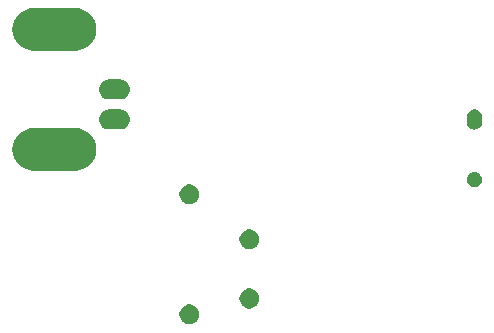
<source format=gbr>
G04 #@! TF.GenerationSoftware,KiCad,Pcbnew,(5.1.5)-3*
G04 #@! TF.CreationDate,2020-02-27T09:45:15+00:00*
G04 #@! TF.ProjectId,fast_diode_pcb,66617374-5f64-4696-9f64-655f7063622e,rev?*
G04 #@! TF.SameCoordinates,Original*
G04 #@! TF.FileFunction,Soldermask,Bot*
G04 #@! TF.FilePolarity,Negative*
%FSLAX46Y46*%
G04 Gerber Fmt 4.6, Leading zero omitted, Abs format (unit mm)*
G04 Created by KiCad (PCBNEW (5.1.5)-3) date 2020-02-27 09:45:15*
%MOMM*%
%LPD*%
G04 APERTURE LIST*
%ADD10C,0.100000*%
G04 APERTURE END LIST*
D10*
G36*
X125978228Y-113481703D02*
G01*
X126133100Y-113545853D01*
X126272481Y-113638985D01*
X126391015Y-113757519D01*
X126484147Y-113896900D01*
X126548297Y-114051772D01*
X126581000Y-114216184D01*
X126581000Y-114383816D01*
X126548297Y-114548228D01*
X126484147Y-114703100D01*
X126391015Y-114842481D01*
X126272481Y-114961015D01*
X126133100Y-115054147D01*
X125978228Y-115118297D01*
X125813816Y-115151000D01*
X125646184Y-115151000D01*
X125481772Y-115118297D01*
X125326900Y-115054147D01*
X125187519Y-114961015D01*
X125068985Y-114842481D01*
X124975853Y-114703100D01*
X124911703Y-114548228D01*
X124879000Y-114383816D01*
X124879000Y-114216184D01*
X124911703Y-114051772D01*
X124975853Y-113896900D01*
X125068985Y-113757519D01*
X125187519Y-113638985D01*
X125326900Y-113545853D01*
X125481772Y-113481703D01*
X125646184Y-113449000D01*
X125813816Y-113449000D01*
X125978228Y-113481703D01*
G37*
G36*
X131058228Y-112131703D02*
G01*
X131213100Y-112195853D01*
X131352481Y-112288985D01*
X131471015Y-112407519D01*
X131564147Y-112546900D01*
X131628297Y-112701772D01*
X131661000Y-112866184D01*
X131661000Y-113033816D01*
X131628297Y-113198228D01*
X131564147Y-113353100D01*
X131471015Y-113492481D01*
X131352481Y-113611015D01*
X131213100Y-113704147D01*
X131058228Y-113768297D01*
X130893816Y-113801000D01*
X130726184Y-113801000D01*
X130561772Y-113768297D01*
X130406900Y-113704147D01*
X130267519Y-113611015D01*
X130148985Y-113492481D01*
X130055853Y-113353100D01*
X129991703Y-113198228D01*
X129959000Y-113033816D01*
X129959000Y-112866184D01*
X129991703Y-112701772D01*
X130055853Y-112546900D01*
X130148985Y-112407519D01*
X130267519Y-112288985D01*
X130406900Y-112195853D01*
X130561772Y-112131703D01*
X130726184Y-112099000D01*
X130893816Y-112099000D01*
X131058228Y-112131703D01*
G37*
G36*
X131058228Y-107131703D02*
G01*
X131213100Y-107195853D01*
X131352481Y-107288985D01*
X131471015Y-107407519D01*
X131564147Y-107546900D01*
X131628297Y-107701772D01*
X131661000Y-107866184D01*
X131661000Y-108033816D01*
X131628297Y-108198228D01*
X131564147Y-108353100D01*
X131471015Y-108492481D01*
X131352481Y-108611015D01*
X131213100Y-108704147D01*
X131058228Y-108768297D01*
X130893816Y-108801000D01*
X130726184Y-108801000D01*
X130561772Y-108768297D01*
X130406900Y-108704147D01*
X130267519Y-108611015D01*
X130148985Y-108492481D01*
X130055853Y-108353100D01*
X129991703Y-108198228D01*
X129959000Y-108033816D01*
X129959000Y-107866184D01*
X129991703Y-107701772D01*
X130055853Y-107546900D01*
X130148985Y-107407519D01*
X130267519Y-107288985D01*
X130406900Y-107195853D01*
X130561772Y-107131703D01*
X130726184Y-107099000D01*
X130893816Y-107099000D01*
X131058228Y-107131703D01*
G37*
G36*
X125978228Y-103321703D02*
G01*
X126133100Y-103385853D01*
X126272481Y-103478985D01*
X126391015Y-103597519D01*
X126484147Y-103736900D01*
X126548297Y-103891772D01*
X126581000Y-104056184D01*
X126581000Y-104223816D01*
X126548297Y-104388228D01*
X126484147Y-104543100D01*
X126391015Y-104682481D01*
X126272481Y-104801015D01*
X126133100Y-104894147D01*
X125978228Y-104958297D01*
X125813816Y-104991000D01*
X125646184Y-104991000D01*
X125481772Y-104958297D01*
X125326900Y-104894147D01*
X125187519Y-104801015D01*
X125068985Y-104682481D01*
X124975853Y-104543100D01*
X124911703Y-104388228D01*
X124879000Y-104223816D01*
X124879000Y-104056184D01*
X124911703Y-103891772D01*
X124975853Y-103736900D01*
X125068985Y-103597519D01*
X125187519Y-103478985D01*
X125326900Y-103385853D01*
X125481772Y-103321703D01*
X125646184Y-103289000D01*
X125813816Y-103289000D01*
X125978228Y-103321703D01*
G37*
G36*
X150049890Y-102244017D02*
G01*
X150168364Y-102293091D01*
X150274988Y-102364335D01*
X150365665Y-102455012D01*
X150436909Y-102561636D01*
X150485983Y-102680110D01*
X150511000Y-102805882D01*
X150511000Y-102934118D01*
X150485983Y-103059890D01*
X150436909Y-103178364D01*
X150365665Y-103284988D01*
X150274988Y-103375665D01*
X150168364Y-103446909D01*
X150168363Y-103446910D01*
X150168362Y-103446910D01*
X150049890Y-103495983D01*
X149924119Y-103521000D01*
X149795881Y-103521000D01*
X149670110Y-103495983D01*
X149551638Y-103446910D01*
X149551637Y-103446910D01*
X149551636Y-103446909D01*
X149445012Y-103375665D01*
X149354335Y-103284988D01*
X149283091Y-103178364D01*
X149234017Y-103059890D01*
X149209000Y-102934118D01*
X149209000Y-102805882D01*
X149234017Y-102680110D01*
X149283091Y-102561636D01*
X149354335Y-102455012D01*
X149445012Y-102364335D01*
X149551636Y-102293091D01*
X149670110Y-102244017D01*
X149795881Y-102219000D01*
X149924119Y-102219000D01*
X150049890Y-102244017D01*
G37*
G36*
X116188277Y-98533905D02*
G01*
X116403058Y-98555059D01*
X116742548Y-98658042D01*
X116742550Y-98658043D01*
X117055422Y-98825277D01*
X117055424Y-98825278D01*
X117055423Y-98825278D01*
X117329661Y-99050339D01*
X117554722Y-99324577D01*
X117721958Y-99637452D01*
X117824941Y-99976942D01*
X117859714Y-100330000D01*
X117824941Y-100683058D01*
X117721958Y-101022548D01*
X117721957Y-101022550D01*
X117554723Y-101335422D01*
X117329661Y-101609661D01*
X117055422Y-101834723D01*
X116742550Y-102001957D01*
X116742548Y-102001958D01*
X116403058Y-102104941D01*
X116226669Y-102122314D01*
X116138476Y-102131000D01*
X112461524Y-102131000D01*
X112373331Y-102122314D01*
X112196942Y-102104941D01*
X111857452Y-102001958D01*
X111857450Y-102001957D01*
X111544578Y-101834723D01*
X111270339Y-101609661D01*
X111045277Y-101335422D01*
X110878043Y-101022550D01*
X110878042Y-101022548D01*
X110775059Y-100683058D01*
X110740286Y-100330000D01*
X110775059Y-99976942D01*
X110878042Y-99637452D01*
X111045278Y-99324577D01*
X111270339Y-99050339D01*
X111544577Y-98825278D01*
X111544576Y-98825278D01*
X111544578Y-98825277D01*
X111857450Y-98658043D01*
X111857452Y-98658042D01*
X112196942Y-98555059D01*
X112411723Y-98533905D01*
X112461524Y-98529000D01*
X116138476Y-98529000D01*
X116188277Y-98533905D01*
G37*
G36*
X149987618Y-96948420D02*
G01*
X150078404Y-96975960D01*
X150110336Y-96985646D01*
X150223425Y-97046094D01*
X150322554Y-97127446D01*
X150403906Y-97226575D01*
X150464354Y-97339664D01*
X150464355Y-97339668D01*
X150501580Y-97462382D01*
X150511000Y-97558028D01*
X150511000Y-98021973D01*
X150501580Y-98117618D01*
X150474040Y-98208404D01*
X150464354Y-98240336D01*
X150403906Y-98353425D01*
X150322554Y-98452553D01*
X150223424Y-98533906D01*
X150110335Y-98594354D01*
X150078403Y-98604040D01*
X149987617Y-98631580D01*
X149860000Y-98644149D01*
X149732382Y-98631580D01*
X149641596Y-98604040D01*
X149609664Y-98594354D01*
X149496575Y-98533906D01*
X149397447Y-98452554D01*
X149316094Y-98353424D01*
X149255646Y-98240335D01*
X149245960Y-98208403D01*
X149218420Y-98117617D01*
X149209000Y-98021972D01*
X149209000Y-97558027D01*
X149218420Y-97462382D01*
X149255645Y-97339668D01*
X149255646Y-97339664D01*
X149316094Y-97226575D01*
X149397447Y-97127447D01*
X149496576Y-97046094D01*
X149609665Y-96985646D01*
X149641597Y-96975960D01*
X149732383Y-96948420D01*
X149860000Y-96935851D01*
X149987618Y-96948420D01*
G37*
G36*
X119996823Y-96951313D02*
G01*
X120157242Y-96999976D01*
X120243524Y-97046095D01*
X120305078Y-97078996D01*
X120434659Y-97185341D01*
X120541004Y-97314922D01*
X120541005Y-97314924D01*
X120620024Y-97462758D01*
X120668687Y-97623177D01*
X120685117Y-97790000D01*
X120668687Y-97956823D01*
X120620024Y-98117242D01*
X120554231Y-98240331D01*
X120541004Y-98265078D01*
X120434659Y-98394659D01*
X120305078Y-98501004D01*
X120305076Y-98501005D01*
X120157242Y-98580024D01*
X119996823Y-98628687D01*
X119871804Y-98641000D01*
X118888196Y-98641000D01*
X118763177Y-98628687D01*
X118602758Y-98580024D01*
X118454924Y-98501005D01*
X118454922Y-98501004D01*
X118325341Y-98394659D01*
X118218996Y-98265078D01*
X118205769Y-98240331D01*
X118139976Y-98117242D01*
X118091313Y-97956823D01*
X118074883Y-97790000D01*
X118091313Y-97623177D01*
X118139976Y-97462758D01*
X118218995Y-97314924D01*
X118218996Y-97314922D01*
X118325341Y-97185341D01*
X118454922Y-97078996D01*
X118516476Y-97046095D01*
X118602758Y-96999976D01*
X118763177Y-96951313D01*
X118888196Y-96939000D01*
X119871804Y-96939000D01*
X119996823Y-96951313D01*
G37*
G36*
X119996823Y-94411313D02*
G01*
X120157242Y-94459976D01*
X120289906Y-94530886D01*
X120305078Y-94538996D01*
X120434659Y-94645341D01*
X120541004Y-94774922D01*
X120541005Y-94774924D01*
X120620024Y-94922758D01*
X120668687Y-95083177D01*
X120685117Y-95250000D01*
X120668687Y-95416823D01*
X120620024Y-95577242D01*
X120549114Y-95709906D01*
X120541004Y-95725078D01*
X120434659Y-95854659D01*
X120305078Y-95961004D01*
X120305076Y-95961005D01*
X120157242Y-96040024D01*
X119996823Y-96088687D01*
X119871804Y-96101000D01*
X118888196Y-96101000D01*
X118763177Y-96088687D01*
X118602758Y-96040024D01*
X118454924Y-95961005D01*
X118454922Y-95961004D01*
X118325341Y-95854659D01*
X118218996Y-95725078D01*
X118210886Y-95709906D01*
X118139976Y-95577242D01*
X118091313Y-95416823D01*
X118074883Y-95250000D01*
X118091313Y-95083177D01*
X118139976Y-94922758D01*
X118218995Y-94774924D01*
X118218996Y-94774922D01*
X118325341Y-94645341D01*
X118454922Y-94538996D01*
X118470094Y-94530886D01*
X118602758Y-94459976D01*
X118763177Y-94411313D01*
X118888196Y-94399000D01*
X119871804Y-94399000D01*
X119996823Y-94411313D01*
G37*
G36*
X116226669Y-88377686D02*
G01*
X116403058Y-88395059D01*
X116742548Y-88498042D01*
X116742550Y-88498043D01*
X117055422Y-88665277D01*
X117055424Y-88665278D01*
X117055423Y-88665278D01*
X117329661Y-88890339D01*
X117554722Y-89164577D01*
X117721958Y-89477452D01*
X117824941Y-89816942D01*
X117859714Y-90170000D01*
X117824941Y-90523058D01*
X117721958Y-90862548D01*
X117721957Y-90862550D01*
X117554723Y-91175422D01*
X117329661Y-91449661D01*
X117055422Y-91674723D01*
X116742550Y-91841957D01*
X116742548Y-91841958D01*
X116403058Y-91944941D01*
X116226669Y-91962314D01*
X116138476Y-91971000D01*
X112461524Y-91971000D01*
X112373331Y-91962314D01*
X112196942Y-91944941D01*
X111857452Y-91841958D01*
X111857450Y-91841957D01*
X111544578Y-91674723D01*
X111270339Y-91449661D01*
X111045277Y-91175422D01*
X110878043Y-90862550D01*
X110878042Y-90862548D01*
X110775059Y-90523058D01*
X110740286Y-90170000D01*
X110775059Y-89816942D01*
X110878042Y-89477452D01*
X111045278Y-89164577D01*
X111270339Y-88890339D01*
X111544577Y-88665278D01*
X111544576Y-88665278D01*
X111544578Y-88665277D01*
X111857450Y-88498043D01*
X111857452Y-88498042D01*
X112196942Y-88395059D01*
X112373331Y-88377686D01*
X112461524Y-88369000D01*
X116138476Y-88369000D01*
X116226669Y-88377686D01*
G37*
M02*

</source>
